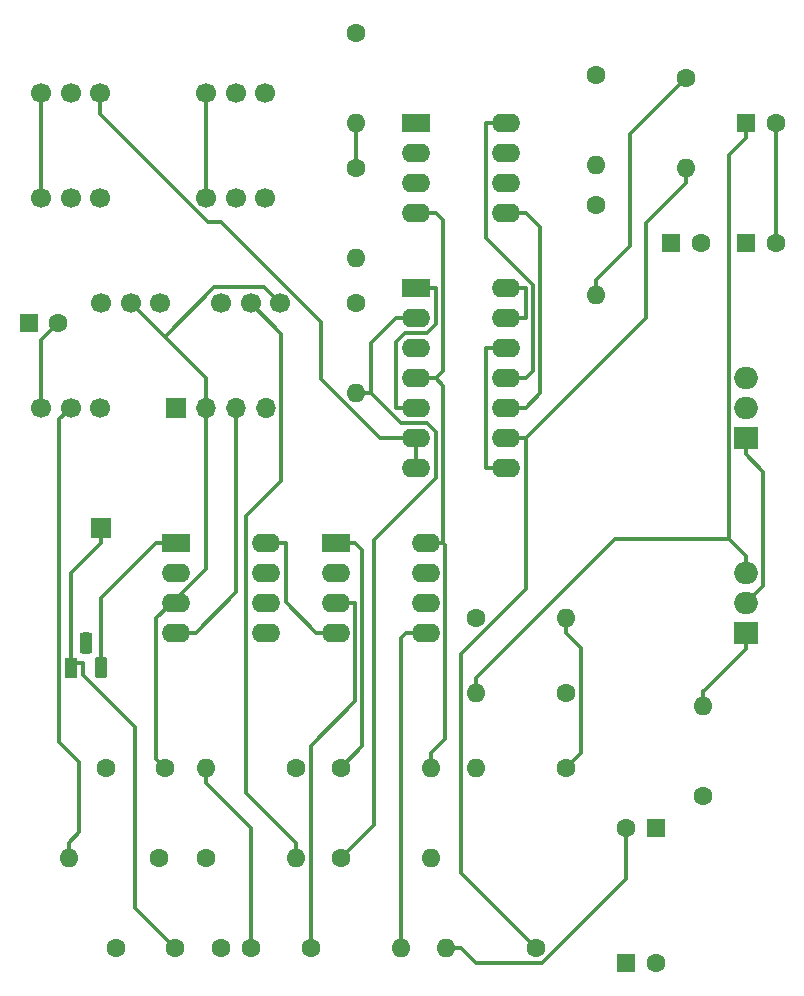
<source format=gtl>
%TF.GenerationSoftware,KiCad,Pcbnew,(5.1.12)-1*%
%TF.CreationDate,2021-11-26T16:49:32-08:00*%
%TF.ProjectId,VCO,56434f2e-6b69-4636-9164-5f7063625858,rev?*%
%TF.SameCoordinates,Original*%
%TF.FileFunction,Copper,L1,Top*%
%TF.FilePolarity,Positive*%
%FSLAX46Y46*%
G04 Gerber Fmt 4.6, Leading zero omitted, Abs format (unit mm)*
G04 Created by KiCad (PCBNEW (5.1.12)-1) date 2021-11-26 16:49:32*
%MOMM*%
%LPD*%
G01*
G04 APERTURE LIST*
%TA.AperFunction,ComponentPad*%
%ADD10O,1.600000X1.600000*%
%TD*%
%TA.AperFunction,ComponentPad*%
%ADD11C,1.600000*%
%TD*%
%TA.AperFunction,ComponentPad*%
%ADD12R,1.700000X1.700000*%
%TD*%
%TA.AperFunction,ComponentPad*%
%ADD13R,1.600000X1.600000*%
%TD*%
%TA.AperFunction,ComponentPad*%
%ADD14R,1.100000X1.800000*%
%TD*%
%TA.AperFunction,ComponentPad*%
%ADD15O,1.700000X1.700000*%
%TD*%
%TA.AperFunction,ComponentPad*%
%ADD16C,1.700000*%
%TD*%
%TA.AperFunction,ComponentPad*%
%ADD17O,2.400000X1.600000*%
%TD*%
%TA.AperFunction,ComponentPad*%
%ADD18R,2.400000X1.600000*%
%TD*%
%TA.AperFunction,ComponentPad*%
%ADD19O,2.000000X1.905000*%
%TD*%
%TA.AperFunction,ComponentPad*%
%ADD20R,2.000000X1.905000*%
%TD*%
%TA.AperFunction,Conductor*%
%ADD21C,0.304800*%
%TD*%
G04 APERTURE END LIST*
D10*
%TO.P,R1,2*%
%TO.N,Net-(R1-Pad2)*%
X21380000Y-95250000D03*
D11*
%TO.P,R1,1*%
%TO.N,Net-(C6-Pad1)*%
X29000000Y-95250000D03*
%TD*%
D12*
%TO.P,J3,1*%
%TO.N,Net-(C5-Pad2)*%
X24130000Y-67310000D03*
%TD*%
D11*
%TO.P,C6,2*%
%TO.N,GND*%
X29561800Y-87630000D03*
%TO.P,C6,1*%
%TO.N,Net-(C6-Pad1)*%
X24561800Y-87630000D03*
%TD*%
D10*
%TO.P,R3,2*%
%TO.N,Net-(C5-Pad1)*%
X49530000Y-102870000D03*
D11*
%TO.P,R3,1*%
%TO.N,Net-(C8-Pad2)*%
X41910000Y-102870000D03*
%TD*%
%TO.P,C7,2*%
%TO.N,Net-(C7-Pad2)*%
X71080000Y-104140000D03*
D13*
%TO.P,C7,1*%
%TO.N,Net-(C5-Pad1)*%
X68580000Y-104140000D03*
%TD*%
D10*
%TO.P,R9,2*%
%TO.N,Net-(C3-Pad1)*%
X55880000Y-81280000D03*
D11*
%TO.P,R9,1*%
%TO.N,Net-(R8-Pad1)*%
X63500000Y-81280000D03*
%TD*%
%TO.P,C4,2*%
%TO.N,GND*%
X20500000Y-50000000D03*
D13*
%TO.P,C4,1*%
%TO.N,Net-(C4-Pad1)*%
X18000000Y-50000000D03*
%TD*%
D10*
%TO.P,R12,2*%
%TO.N,+12V*%
X75133200Y-82397600D03*
D11*
%TO.P,R12,1*%
%TO.N,Net-(C9-Pad1)*%
X75133200Y-90017600D03*
%TD*%
%TO.P,C8,2*%
%TO.N,Net-(C8-Pad2)*%
X34330000Y-102870000D03*
%TO.P,C8,1*%
%TO.N,Net-(C8-Pad1)*%
X36830000Y-102870000D03*
%TD*%
%TO.P,C5,2*%
%TO.N,Net-(C5-Pad2)*%
X30400000Y-102870000D03*
%TO.P,C5,1*%
%TO.N,Net-(C5-Pad1)*%
X25400000Y-102870000D03*
%TD*%
%TO.P,C1,2*%
%TO.N,GND*%
X81240000Y-43180000D03*
D13*
%TO.P,C1,1*%
%TO.N,+12V*%
X78740000Y-43180000D03*
%TD*%
D11*
%TO.P,C2,2*%
%TO.N,GND*%
X74890000Y-43180000D03*
D13*
%TO.P,C2,1*%
%TO.N,-12V*%
X72390000Y-43180000D03*
%TD*%
D10*
%TO.P,R13,2*%
%TO.N,Net-(R11-Pad1)*%
X45720000Y-33020000D03*
D11*
%TO.P,R13,1*%
%TO.N,Net-(J5-PadTN)*%
X45720000Y-25400000D03*
%TD*%
D14*
%TO.P,Q1,1*%
%TO.N,Net-(C5-Pad2)*%
X21590000Y-79140000D03*
%TO.P,Q1,3*%
%TO.N,Net-(C5-Pad1)*%
%TA.AperFunction,ComponentPad*%
G36*
G01*
X23580000Y-79765000D02*
X23580000Y-78515000D01*
G75*
G02*
X23855000Y-78240000I275000J0D01*
G01*
X24405000Y-78240000D01*
G75*
G02*
X24680000Y-78515000I0J-275000D01*
G01*
X24680000Y-79765000D01*
G75*
G02*
X24405000Y-80040000I-275000J0D01*
G01*
X23855000Y-80040000D01*
G75*
G02*
X23580000Y-79765000I0J275000D01*
G01*
G37*
%TD.AperFunction*%
%TO.P,Q1,2*%
%TO.N,Net-(Q1-Pad2)*%
%TA.AperFunction,ComponentPad*%
G36*
G01*
X22310000Y-77695000D02*
X22310000Y-76445000D01*
G75*
G02*
X22585000Y-76170000I275000J0D01*
G01*
X23135000Y-76170000D01*
G75*
G02*
X23410000Y-76445000I0J-275000D01*
G01*
X23410000Y-77695000D01*
G75*
G02*
X23135000Y-77970000I-275000J0D01*
G01*
X22585000Y-77970000D01*
G75*
G02*
X22310000Y-77695000I0J275000D01*
G01*
G37*
%TD.AperFunction*%
%TD*%
D15*
%TO.P,J1,4*%
%TO.N,+5V*%
X38100000Y-57150000D03*
%TO.P,J1,3*%
%TO.N,+12V*%
X35560000Y-57150000D03*
%TO.P,J1,2*%
%TO.N,GND*%
X33020000Y-57150000D03*
D12*
%TO.P,J1,1*%
%TO.N,-12V*%
X30480000Y-57150000D03*
%TD*%
D10*
%TO.P,R10,2*%
%TO.N,Net-(R10-Pad2)*%
X45720000Y-55880000D03*
D11*
%TO.P,R10,1*%
%TO.N,Net-(R10-Pad1)*%
X45720000Y-48260000D03*
%TD*%
D10*
%TO.P,R2,2*%
%TO.N,Net-(R2-Pad2)*%
X40640000Y-95250000D03*
D11*
%TO.P,R2,1*%
%TO.N,Net-(C6-Pad1)*%
X33020000Y-95250000D03*
%TD*%
D10*
%TO.P,R11,2*%
%TO.N,Net-(R10-Pad1)*%
X45720000Y-44450000D03*
D11*
%TO.P,R11,1*%
%TO.N,Net-(R11-Pad1)*%
X45720000Y-36830000D03*
%TD*%
D10*
%TO.P,R5,2*%
%TO.N,Net-(C8-Pad1)*%
X33020000Y-87630000D03*
D11*
%TO.P,R5,1*%
%TO.N,Net-(Q1-Pad2)*%
X40640000Y-87630000D03*
%TD*%
%TO.P,C9,2*%
%TO.N,Net-(C9-Pad2)*%
X68620000Y-92710000D03*
D13*
%TO.P,C9,1*%
%TO.N,Net-(C9-Pad1)*%
X71120000Y-92710000D03*
%TD*%
D10*
%TO.P,R14,2*%
%TO.N,Net-(C9-Pad2)*%
X53340000Y-102870000D03*
D11*
%TO.P,R14,1*%
%TO.N,Net-(R14-Pad1)*%
X60960000Y-102870000D03*
%TD*%
D10*
%TO.P,R8,2*%
%TO.N,Net-(R4-Pad1)*%
X63500000Y-74930000D03*
D11*
%TO.P,R8,1*%
%TO.N,Net-(R8-Pad1)*%
X55880000Y-74930000D03*
%TD*%
D10*
%TO.P,R7,2*%
%TO.N,Net-(C7-Pad2)*%
X52070000Y-95250000D03*
D11*
%TO.P,R7,1*%
%TO.N,Net-(R10-Pad2)*%
X44450000Y-95250000D03*
%TD*%
D10*
%TO.P,R6,2*%
%TO.N,+12V*%
X52070000Y-87630000D03*
D11*
%TO.P,R6,1*%
%TO.N,Net-(C8-Pad1)*%
X44450000Y-87630000D03*
%TD*%
D10*
%TO.P,R4,2*%
%TO.N,Net-(C6-Pad1)*%
X55880000Y-87630000D03*
D11*
%TO.P,R4,1*%
%TO.N,Net-(R4-Pad1)*%
X63500000Y-87630000D03*
%TD*%
%TO.P,C3,2*%
%TO.N,GND*%
X81240000Y-33020000D03*
D13*
%TO.P,C3,1*%
%TO.N,Net-(C3-Pad1)*%
X78740000Y-33020000D03*
%TD*%
D16*
%TO.P,RV2,3*%
%TO.N,Net-(C4-Pad1)*%
X24050000Y-57150000D03*
%TO.P,RV2,2*%
%TO.N,Net-(R1-Pad2)*%
X21550000Y-57150000D03*
%TO.P,RV2,1*%
%TO.N,GND*%
X19050000Y-57150000D03*
%TD*%
%TO.P,RV1,3*%
%TO.N,GND*%
X39290000Y-48260000D03*
%TO.P,RV1,2*%
%TO.N,Net-(R2-Pad2)*%
X36790000Y-48260000D03*
%TO.P,RV1,1*%
%TO.N,Net-(J2-PadTN)*%
X34290000Y-48260000D03*
%TD*%
%TO.P,J7,TN*%
%TO.N,Net-(J7-PadTN)*%
X38020000Y-39370000D03*
%TO.P,J7,T*%
%TO.N,GND*%
X35520000Y-39370000D03*
%TO.P,J7,S*%
X33020000Y-39370000D03*
%TD*%
%TO.P,J4,TN*%
%TO.N,Net-(J4-PadTN)*%
X24050000Y-30480000D03*
%TO.P,J4,T*%
%TO.N,GND*%
X21550000Y-30480000D03*
%TO.P,J4,S*%
X19050000Y-30480000D03*
%TD*%
%TO.P,J2,TN*%
%TO.N,Net-(J2-PadTN)*%
X29130000Y-48260000D03*
%TO.P,J2,T*%
%TO.N,GND*%
X26630000Y-48260000D03*
%TO.P,J2,S*%
X24130000Y-48260000D03*
%TD*%
D17*
%TO.P,U6,8*%
%TO.N,-12V*%
X58420000Y-33020000D03*
%TO.P,U6,4*%
%TO.N,+12V*%
X50800000Y-40640000D03*
%TO.P,U6,7*%
%TO.N,Net-(J7-PadTN)*%
X58420000Y-35560000D03*
%TO.P,U6,3*%
%TO.N,GND*%
X50800000Y-38100000D03*
%TO.P,U6,6*%
%TO.N,Net-(R16-Pad1)*%
X58420000Y-38100000D03*
%TO.P,U6,2*%
%TO.N,Net-(R11-Pad1)*%
X50800000Y-35560000D03*
%TO.P,U6,5*%
%TO.N,GND*%
X58420000Y-40640000D03*
D18*
%TO.P,U6,1*%
%TO.N,Net-(J5-PadTN)*%
X50800000Y-33020000D03*
%TD*%
D16*
%TO.P,J5,TN*%
%TO.N,Net-(J5-PadTN)*%
X38020000Y-30480000D03*
%TO.P,J5,T*%
%TO.N,GND*%
X35520000Y-30480000D03*
%TO.P,J5,S*%
X33020000Y-30480000D03*
%TD*%
D17*
%TO.P,U5,14*%
%TO.N,Net-(J6-PadTN)*%
X58420000Y-46990000D03*
%TO.P,U5,7*%
%TO.N,Net-(J4-PadTN)*%
X50800000Y-62230000D03*
%TO.P,U5,13*%
%TO.N,Net-(J6-PadTN)*%
X58420000Y-49530000D03*
%TO.P,U5,6*%
%TO.N,Net-(J4-PadTN)*%
X50800000Y-59690000D03*
%TO.P,U5,12*%
%TO.N,Net-(R15-Pad1)*%
X58420000Y-52070000D03*
%TO.P,U5,5*%
%TO.N,Net-(R10-Pad1)*%
X50800000Y-57150000D03*
%TO.P,U5,11*%
%TO.N,-12V*%
X58420000Y-54610000D03*
%TO.P,U5,4*%
%TO.N,+12V*%
X50800000Y-54610000D03*
%TO.P,U5,10*%
%TO.N,GND*%
X58420000Y-57150000D03*
%TO.P,U5,3*%
X50800000Y-52070000D03*
%TO.P,U5,9*%
%TO.N,Net-(R14-Pad1)*%
X58420000Y-59690000D03*
%TO.P,U5,2*%
%TO.N,Net-(R10-Pad2)*%
X50800000Y-49530000D03*
%TO.P,U5,8*%
%TO.N,Net-(R15-Pad1)*%
X58420000Y-62230000D03*
D18*
%TO.P,U5,1*%
%TO.N,Net-(R10-Pad1)*%
X50800000Y-46990000D03*
%TD*%
D17*
%TO.P,U3,8*%
%TO.N,+12V*%
X51620000Y-68580000D03*
%TO.P,U3,4*%
%TO.N,-12V*%
X44000000Y-76200000D03*
%TO.P,U3,7*%
%TO.N,Net-(C9-Pad1)*%
X51620000Y-71120000D03*
%TO.P,U3,3*%
%TO.N,Net-(C8-Pad2)*%
X44000000Y-73660000D03*
%TO.P,U3,6*%
%TO.N,Net-(R8-Pad1)*%
X51620000Y-73660000D03*
%TO.P,U3,2*%
%TO.N,Net-(C3-Pad1)*%
X44000000Y-71120000D03*
%TO.P,U3,5*%
%TO.N,Net-(C5-Pad1)*%
X51620000Y-76200000D03*
D18*
%TO.P,U3,1*%
%TO.N,Net-(C8-Pad1)*%
X44000000Y-68580000D03*
%TD*%
D10*
%TO.P,R17,2*%
%TO.N,Net-(R16-Pad1)*%
X66040000Y-36620000D03*
D11*
%TO.P,R17,1*%
%TO.N,Net-(J7-PadTN)*%
X66040000Y-29000000D03*
%TD*%
D10*
%TO.P,R16,2*%
%TO.N,Net-(R15-Pad1)*%
X66040000Y-47620000D03*
D11*
%TO.P,R16,1*%
%TO.N,Net-(R16-Pad1)*%
X66040000Y-40000000D03*
%TD*%
D10*
%TO.P,R15,2*%
%TO.N,Net-(R14-Pad1)*%
X73660000Y-36830000D03*
D11*
%TO.P,R15,1*%
%TO.N,Net-(R15-Pad1)*%
X73660000Y-29210000D03*
%TD*%
D16*
%TO.P,J6,TN*%
%TO.N,Net-(J6-PadTN)*%
X24050000Y-39370000D03*
%TO.P,J6,T*%
%TO.N,GND*%
X21550000Y-39370000D03*
%TO.P,J6,S*%
X19050000Y-39370000D03*
%TD*%
D17*
%TO.P,U4,8*%
%TO.N,-12V*%
X38100000Y-68580000D03*
%TO.P,U4,4*%
%TO.N,+12V*%
X30480000Y-76200000D03*
%TO.P,U4,7*%
%TO.N,Net-(R4-Pad1)*%
X38100000Y-71120000D03*
%TO.P,U4,3*%
%TO.N,GND*%
X30480000Y-73660000D03*
%TO.P,U4,6*%
%TO.N,Net-(C6-Pad1)*%
X38100000Y-73660000D03*
%TO.P,U4,2*%
%TO.N,Net-(C5-Pad2)*%
X30480000Y-71120000D03*
%TO.P,U4,5*%
%TO.N,GND*%
X38100000Y-76200000D03*
D18*
%TO.P,U4,1*%
%TO.N,Net-(C5-Pad1)*%
X30480000Y-68580000D03*
%TD*%
D19*
%TO.P,U2,3*%
%TO.N,Net-(C4-Pad1)*%
X78740000Y-54610000D03*
%TO.P,U2,2*%
%TO.N,-12V*%
X78740000Y-57150000D03*
D20*
%TO.P,U2,1*%
%TO.N,GND*%
X78740000Y-59690000D03*
%TD*%
D19*
%TO.P,U1,3*%
%TO.N,Net-(C3-Pad1)*%
X78740000Y-71120000D03*
%TO.P,U1,2*%
%TO.N,GND*%
X78740000Y-73660000D03*
D20*
%TO.P,U1,1*%
%TO.N,+12V*%
X78740000Y-76200000D03*
%TD*%
D21*
%TO.N,GND*%
X78740000Y-59690000D02*
X78740000Y-61100000D01*
X78740000Y-73660000D02*
X80204400Y-72195600D01*
X80204400Y-72195600D02*
X80204400Y-62564400D01*
X80204400Y-62564400D02*
X78740000Y-61100000D01*
X58420000Y-40640000D02*
X60077500Y-40640000D01*
X58420000Y-57150000D02*
X60077500Y-57150000D01*
X60077500Y-57150000D02*
X61303000Y-55924500D01*
X61303000Y-55924500D02*
X61303000Y-41865500D01*
X61303000Y-41865500D02*
X60077500Y-40640000D01*
X29508800Y-51138800D02*
X26630000Y-48260000D01*
X33020000Y-57150000D02*
X33020000Y-54650000D01*
X33020000Y-54650000D02*
X29508800Y-51138800D01*
X39290000Y-48260000D02*
X37970100Y-46940100D01*
X37970100Y-46940100D02*
X33707500Y-46940100D01*
X33707500Y-46940100D02*
X29508800Y-51138800D01*
X30118600Y-73660000D02*
X28818000Y-74960600D01*
X28818000Y-74960600D02*
X28818000Y-86886200D01*
X28818000Y-86886200D02*
X29561800Y-87630000D01*
X33020000Y-58457500D02*
X33020000Y-70758600D01*
X33020000Y-70758600D02*
X30118600Y-73660000D01*
X33020000Y-57150000D02*
X33020000Y-58457500D01*
X30480000Y-73660000D02*
X30118600Y-73660000D01*
X81240000Y-33020000D02*
X81240000Y-43180000D01*
X19050000Y-57150000D02*
X19050000Y-51450000D01*
X19050000Y-51450000D02*
X20500000Y-50000000D01*
X33020000Y-30480000D02*
X33020000Y-39370000D01*
X19050000Y-39370000D02*
X19050000Y-30480000D01*
%TO.N,+12V*%
X75133200Y-82397600D02*
X75133200Y-81140100D01*
X78740000Y-76200000D02*
X78740000Y-77610000D01*
X78740000Y-77610000D02*
X75209900Y-81140100D01*
X75209900Y-81140100D02*
X75133200Y-81140100D01*
X52457500Y-54610000D02*
X53067500Y-54000000D01*
X53067500Y-54000000D02*
X53067500Y-41250000D01*
X53067500Y-41250000D02*
X52457500Y-40640000D01*
X50800000Y-40640000D02*
X52457500Y-40640000D01*
X53120100Y-68580000D02*
X53120100Y-55272600D01*
X53120100Y-55272600D02*
X52457500Y-54610000D01*
X53120100Y-68580000D02*
X53067600Y-68580000D01*
X52070000Y-86372500D02*
X53277500Y-85165000D01*
X53277500Y-85165000D02*
X53277500Y-68737400D01*
X53277500Y-68737400D02*
X53120100Y-68580000D01*
X50800000Y-54610000D02*
X52457500Y-54610000D01*
X51620000Y-68580000D02*
X53067600Y-68580000D01*
X52070000Y-87630000D02*
X52070000Y-86372500D01*
X32137500Y-76200000D02*
X35560000Y-72777500D01*
X35560000Y-72777500D02*
X35560000Y-58457500D01*
X35560000Y-57150000D02*
X35560000Y-58457500D01*
X30480000Y-76200000D02*
X32137500Y-76200000D01*
%TO.N,-12V*%
X58420000Y-33020000D02*
X56762500Y-33020000D01*
X58420000Y-54610000D02*
X60077500Y-54610000D01*
X60077500Y-54610000D02*
X60687500Y-54000000D01*
X60687500Y-54000000D02*
X60687500Y-46727800D01*
X60687500Y-46727800D02*
X56762500Y-42802800D01*
X56762500Y-42802800D02*
X56762500Y-33020000D01*
X44000000Y-76200000D02*
X42342500Y-76200000D01*
X38100000Y-68580000D02*
X39757500Y-68580000D01*
X39757500Y-68580000D02*
X39757500Y-73615000D01*
X39757500Y-73615000D02*
X42342500Y-76200000D01*
%TO.N,Net-(C3-Pad1)*%
X55880000Y-81280000D02*
X55880000Y-80022500D01*
X77278400Y-68248400D02*
X78740000Y-69710000D01*
X78740000Y-34277500D02*
X77278400Y-35739100D01*
X77278400Y-35739100D02*
X77278400Y-68248400D01*
X77278400Y-68248400D02*
X67654100Y-68248400D01*
X67654100Y-68248400D02*
X55880000Y-80022500D01*
X78740000Y-71120000D02*
X78740000Y-69710000D01*
X78740000Y-33020000D02*
X78740000Y-34277500D01*
%TO.N,Net-(C5-Pad2)*%
X21590000Y-78740000D02*
X22597500Y-78740000D01*
X22597500Y-78740000D02*
X22597500Y-79747500D01*
X22597500Y-79747500D02*
X27005600Y-84155600D01*
X27005600Y-84155600D02*
X27005600Y-99475600D01*
X27005600Y-99475600D02*
X30400000Y-102870000D01*
X24130000Y-68617500D02*
X21590000Y-71157500D01*
X21590000Y-71157500D02*
X21590000Y-78740000D01*
X24130000Y-67310000D02*
X24130000Y-68617500D01*
%TO.N,Net-(C5-Pad1)*%
X51620000Y-76200000D02*
X49962500Y-76200000D01*
X49530000Y-102870000D02*
X49530000Y-76632500D01*
X49530000Y-76632500D02*
X49962500Y-76200000D01*
X28822500Y-68580000D02*
X24130000Y-73272500D01*
X24130000Y-73272500D02*
X24130000Y-78740000D01*
X30480000Y-68580000D02*
X28822500Y-68580000D01*
%TO.N,Net-(C8-Pad2)*%
X45657500Y-73660000D02*
X45657500Y-81992800D01*
X45657500Y-81992800D02*
X41910000Y-85740300D01*
X41910000Y-85740300D02*
X41910000Y-102870000D01*
X44000000Y-73660000D02*
X45657500Y-73660000D01*
%TO.N,Net-(C8-Pad1)*%
X44000000Y-68580000D02*
X45657500Y-68580000D01*
X45657500Y-68580000D02*
X46267500Y-69190000D01*
X46267500Y-69190000D02*
X46267500Y-85812500D01*
X46267500Y-85812500D02*
X44450000Y-87630000D01*
X33020000Y-87630000D02*
X33020000Y-88887500D01*
X33020000Y-88887500D02*
X36830000Y-92697500D01*
X36830000Y-92697500D02*
X36830000Y-102870000D01*
%TO.N,Net-(C9-Pad2)*%
X53340000Y-102870000D02*
X54597500Y-102870000D01*
X68620000Y-92710000D02*
X68620000Y-97031700D01*
X68620000Y-97031700D02*
X61496400Y-104155300D01*
X61496400Y-104155300D02*
X55882800Y-104155300D01*
X55882800Y-104155300D02*
X54597500Y-102870000D01*
%TO.N,Net-(J4-PadTN)*%
X50800000Y-59690000D02*
X47734500Y-59690000D01*
X47734500Y-59690000D02*
X42784000Y-54739500D01*
X42784000Y-54739500D02*
X42784000Y-49892600D01*
X42784000Y-49892600D02*
X34301700Y-41410300D01*
X34301700Y-41410300D02*
X33162200Y-41410300D01*
X33162200Y-41410300D02*
X24050000Y-32298100D01*
X24050000Y-32298100D02*
X24050000Y-30480000D01*
X50800000Y-59690000D02*
X50800000Y-62230000D01*
%TO.N,Net-(J6-PadTN)*%
X58420000Y-46990000D02*
X60077500Y-46990000D01*
X58420000Y-49530000D02*
X60077500Y-49530000D01*
X60077500Y-49530000D02*
X60077500Y-46990000D01*
%TO.N,Net-(R1-Pad2)*%
X21380000Y-95250000D02*
X21380000Y-93992500D01*
X21550000Y-57150000D02*
X20582400Y-58117600D01*
X20582400Y-58117600D02*
X20582400Y-85429100D01*
X20582400Y-85429100D02*
X22270500Y-87117200D01*
X22270500Y-87117200D02*
X22270500Y-93102000D01*
X22270500Y-93102000D02*
X21380000Y-93992500D01*
%TO.N,Net-(R2-Pad2)*%
X40640000Y-95250000D02*
X40640000Y-93992500D01*
X36790000Y-48260000D02*
X39409500Y-50879500D01*
X39409500Y-50879500D02*
X39409500Y-63342300D01*
X39409500Y-63342300D02*
X36442400Y-66309400D01*
X36442400Y-66309400D02*
X36442400Y-89794900D01*
X36442400Y-89794900D02*
X40640000Y-93992500D01*
%TO.N,Net-(R4-Pad1)*%
X63500000Y-74930000D02*
X63500000Y-76187500D01*
X63500000Y-76187500D02*
X64767000Y-77454500D01*
X64767000Y-77454500D02*
X64767000Y-86363000D01*
X64767000Y-86363000D02*
X63500000Y-87630000D01*
%TO.N,Net-(R10-Pad2)*%
X50800000Y-49530000D02*
X49142500Y-49530000D01*
X49142500Y-49530000D02*
X46977500Y-51695000D01*
X46977500Y-51695000D02*
X46977500Y-55880000D01*
X45720000Y-55880000D02*
X46977500Y-55880000D01*
X46977500Y-55880000D02*
X49517400Y-58419900D01*
X49517400Y-58419900D02*
X51755000Y-58419900D01*
X51755000Y-58419900D02*
X52493400Y-59158300D01*
X52493400Y-59158300D02*
X52493400Y-63090300D01*
X52493400Y-63090300D02*
X47251100Y-68332600D01*
X47251100Y-68332600D02*
X47251100Y-92448900D01*
X47251100Y-92448900D02*
X44450000Y-95250000D01*
%TO.N,Net-(R10-Pad1)*%
X50800000Y-57150000D02*
X49142500Y-57150000D01*
X50800000Y-46990000D02*
X52457500Y-46990000D01*
X52457500Y-46990000D02*
X52457500Y-50051100D01*
X52457500Y-50051100D02*
X51708600Y-50800000D01*
X51708600Y-50800000D02*
X49891400Y-50800000D01*
X49891400Y-50800000D02*
X49142500Y-51548900D01*
X49142500Y-51548900D02*
X49142500Y-57150000D01*
%TO.N,Net-(R11-Pad1)*%
X45720000Y-36830000D02*
X45720000Y-33020000D01*
%TO.N,Net-(R14-Pad1)*%
X60077500Y-59690000D02*
X60077500Y-72511100D01*
X60077500Y-72511100D02*
X54616900Y-77971700D01*
X54616900Y-77971700D02*
X54616900Y-96526900D01*
X54616900Y-96526900D02*
X60960000Y-102870000D01*
X59925000Y-59690000D02*
X60077500Y-59690000D01*
X58420000Y-59690000D02*
X59925000Y-59690000D01*
X73660000Y-38087500D02*
X70232000Y-41515500D01*
X70232000Y-41515500D02*
X70232000Y-49535500D01*
X70232000Y-49535500D02*
X60077500Y-59690000D01*
X73660000Y-36830000D02*
X73660000Y-38087500D01*
%TO.N,Net-(R15-Pad1)*%
X66040000Y-47620000D02*
X66040000Y-46362500D01*
X73660000Y-29210000D02*
X68933700Y-33936300D01*
X68933700Y-33936300D02*
X68933700Y-43468800D01*
X68933700Y-43468800D02*
X66040000Y-46362500D01*
X58420000Y-52070000D02*
X56762500Y-52070000D01*
X58420000Y-62230000D02*
X56762500Y-62230000D01*
X56762500Y-62230000D02*
X56762500Y-52070000D01*
%TD*%
M02*

</source>
